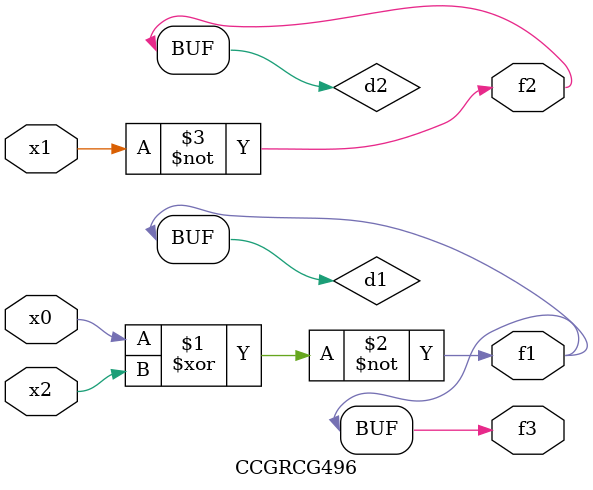
<source format=v>
module CCGRCG496(
	input x0, x1, x2,
	output f1, f2, f3
);

	wire d1, d2, d3;

	xnor (d1, x0, x2);
	nand (d2, x1);
	nor (d3, x1, x2);
	assign f1 = d1;
	assign f2 = d2;
	assign f3 = d1;
endmodule

</source>
